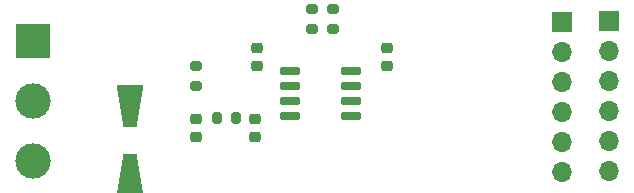
<source format=gbr>
%TF.GenerationSoftware,KiCad,Pcbnew,7.0.2*%
%TF.CreationDate,2023-10-12T22:53:16+02:00*%
%TF.ProjectId,tja1018-breakout,746a6131-3031-4382-9d62-7265616b6f75,rev?*%
%TF.SameCoordinates,Original*%
%TF.FileFunction,Soldermask,Top*%
%TF.FilePolarity,Negative*%
%FSLAX46Y46*%
G04 Gerber Fmt 4.6, Leading zero omitted, Abs format (unit mm)*
G04 Created by KiCad (PCBNEW 7.0.2) date 2023-10-12 22:53:16*
%MOMM*%
%LPD*%
G01*
G04 APERTURE LIST*
G04 Aperture macros list*
%AMRoundRect*
0 Rectangle with rounded corners*
0 $1 Rounding radius*
0 $2 $3 $4 $5 $6 $7 $8 $9 X,Y pos of 4 corners*
0 Add a 4 corners polygon primitive as box body*
4,1,4,$2,$3,$4,$5,$6,$7,$8,$9,$2,$3,0*
0 Add four circle primitives for the rounded corners*
1,1,$1+$1,$2,$3*
1,1,$1+$1,$4,$5*
1,1,$1+$1,$6,$7*
1,1,$1+$1,$8,$9*
0 Add four rect primitives between the rounded corners*
20,1,$1+$1,$2,$3,$4,$5,0*
20,1,$1+$1,$4,$5,$6,$7,0*
20,1,$1+$1,$6,$7,$8,$9,0*
20,1,$1+$1,$8,$9,$2,$3,0*%
%AMOutline4P*
0 Free polygon, 4 corners , with rotation*
0 The origin of the aperture is its center*
0 number of corners: always 4*
0 $1 to $8 corner X, Y*
0 $9 Rotation angle, in degrees counterclockwise*
0 create outline with 4 corners*
4,1,4,$1,$2,$3,$4,$5,$6,$7,$8,$1,$2,$9*%
G04 Aperture macros list end*
%ADD10R,1.700000X1.700000*%
%ADD11O,1.700000X1.700000*%
%ADD12Outline4P,-1.800000X-1.150000X1.800000X-0.550000X1.800000X0.550000X-1.800000X1.150000X90.000000*%
%ADD13Outline4P,-1.800000X-1.150000X1.800000X-0.550000X1.800000X0.550000X-1.800000X1.150000X270.000000*%
%ADD14RoundRect,0.200000X-0.275000X0.200000X-0.275000X-0.200000X0.275000X-0.200000X0.275000X0.200000X0*%
%ADD15RoundRect,0.200000X-0.200000X-0.275000X0.200000X-0.275000X0.200000X0.275000X-0.200000X0.275000X0*%
%ADD16RoundRect,0.150000X-0.725000X-0.150000X0.725000X-0.150000X0.725000X0.150000X-0.725000X0.150000X0*%
%ADD17R,3.000000X3.000000*%
%ADD18C,3.000000*%
%ADD19RoundRect,0.225000X0.250000X-0.225000X0.250000X0.225000X-0.250000X0.225000X-0.250000X-0.225000X0*%
%ADD20RoundRect,0.225000X-0.250000X0.225000X-0.250000X-0.225000X0.250000X-0.225000X0.250000X0.225000X0*%
G04 APERTURE END LIST*
D10*
%TO.C,J103*%
X107000000Y-82805000D03*
D11*
X107000000Y-85345000D03*
X107000000Y-87885000D03*
X107000000Y-90425000D03*
X107000000Y-92965000D03*
X107000000Y-95505000D03*
%TD*%
D10*
%TO.C,J102*%
X103000000Y-82890000D03*
D11*
X103000000Y-85430000D03*
X103000000Y-87970000D03*
X103000000Y-90510000D03*
X103000000Y-93050000D03*
X103000000Y-95590000D03*
%TD*%
D12*
%TO.C,D101*%
X66400000Y-95800000D03*
D13*
X66400000Y-90000000D03*
%TD*%
D14*
%TO.C,R104*%
X81800000Y-81800000D03*
X81800000Y-83450000D03*
%TD*%
%TO.C,R103*%
X83600000Y-83450000D03*
X83600000Y-81800000D03*
%TD*%
D15*
%TO.C,R102*%
X73775000Y-91025000D03*
X75425000Y-91025000D03*
%TD*%
D14*
%TO.C,R101*%
X72000000Y-86600000D03*
X72000000Y-88250000D03*
%TD*%
D16*
%TO.C,U101*%
X80000000Y-87025000D03*
X80000000Y-88295000D03*
X80000000Y-89565000D03*
X80000000Y-90835000D03*
X85150000Y-90835000D03*
X85150000Y-89565000D03*
X85150000Y-88295000D03*
X85150000Y-87025000D03*
%TD*%
D17*
%TO.C,J101*%
X58200000Y-84465000D03*
D18*
X58200000Y-89545000D03*
X58200000Y-94625000D03*
%TD*%
D19*
%TO.C,C104*%
X88200000Y-86600000D03*
X88200000Y-85050000D03*
%TD*%
%TO.C,C103*%
X77200000Y-86600000D03*
X77200000Y-85050000D03*
%TD*%
D20*
%TO.C,C102*%
X77000000Y-91050000D03*
X77000000Y-92600000D03*
%TD*%
%TO.C,C101*%
X72000000Y-91050000D03*
X72000000Y-92600000D03*
%TD*%
M02*

</source>
